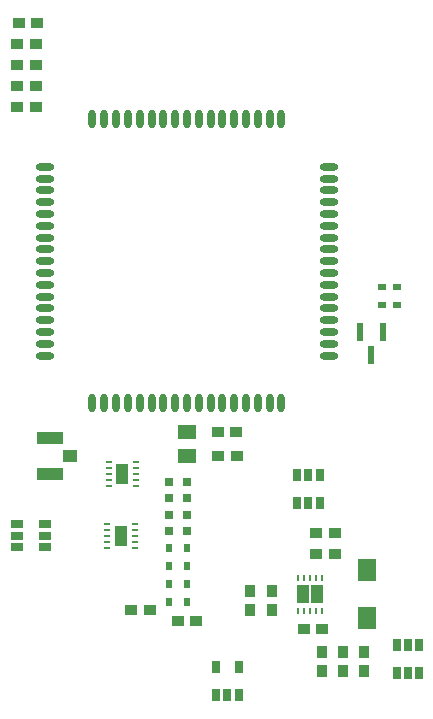
<source format=gtp>
%FSLAX25Y25*%
%MOIN*%
G70*
G01*
G75*
G04 Layer_Color=9021481*
%ADD10R,0.03937X0.03740*%
%ADD11R,0.03740X0.03937*%
%ADD12R,0.02362X0.05906*%
%ADD13R,0.02559X0.04331*%
%ADD14R,0.03150X0.02362*%
%ADD15R,0.08465X0.06693*%
%ADD16O,0.00945X0.02362*%
%ADD17R,0.05906X0.07480*%
%ADD18R,0.03150X0.03150*%
%ADD19R,0.04724X0.07874*%
%ADD20O,0.02362X0.00984*%
%ADD21R,0.06300X0.05000*%
%ADD22R,0.04724X0.03937*%
%ADD23R,0.08661X0.03937*%
%ADD24R,0.04331X0.02559*%
%ADD25O,0.02362X0.06299*%
%ADD26O,0.06299X0.02362*%
%ADD27C,0.01000*%
%ADD28C,0.02000*%
%ADD29C,0.01500*%
%ADD30C,0.06300*%
%ADD31C,0.03500*%
%ADD32C,0.02200*%
%ADD33C,0.06500*%
%ADD34C,0.04500*%
%ADD35C,0.06000*%
%ADD36C,0.04000*%
%ADD37R,0.01732X0.00787*%
%ADD38C,0.06000*%
%ADD39C,0.08700*%
%ADD40R,0.05906X0.05906*%
%ADD41C,0.05906*%
%ADD42R,0.06496X0.06496*%
%ADD43C,0.06496*%
%ADD44R,0.05906X0.05906*%
%ADD45R,0.06496X0.06496*%
%ADD46C,0.02000*%
%ADD47C,0.01969*%
%ADD48C,0.05000*%
%ADD49R,0.20079X0.70079*%
%ADD50R,0.32677X0.41142*%
%ADD51R,0.12598X0.04134*%
%ADD52R,0.20866X0.06299*%
%ADD53R,0.08500X0.10799*%
%ADD54R,0.07717X0.12402*%
%ADD55R,0.07284X0.05118*%
%ADD56R,0.11024X0.03937*%
%ADD57R,0.02500X0.04200*%
%ADD58C,0.00799*%
%ADD59C,0.00984*%
%ADD60C,0.00700*%
%ADD61C,0.00800*%
%ADD62C,0.00787*%
%ADD63C,0.00669*%
%ADD64C,0.00701*%
%ADD65C,0.00600*%
%ADD66R,0.02000X0.04000*%
%ADD67R,0.01000X0.11000*%
%ADD68R,0.10350X0.01000*%
%ADD69R,0.04000X0.02000*%
%ADD70R,0.00886X0.03937*%
%ADD71R,0.03839X0.06102*%
%ADD72R,0.04433X0.07043*%
%ADD73R,0.02362X0.02756*%
%ADD74R,0.00000X0.03150*%
%ADD75R,0.00000X0.00000*%
D10*
X88850Y-286150D02*
D03*
X95150D02*
D03*
X110650Y-290000D02*
D03*
X104350D02*
D03*
X146350Y-292500D02*
D03*
X152650D02*
D03*
X156799Y-267500D02*
D03*
X150500D02*
D03*
X156799Y-260500D02*
D03*
X150500D02*
D03*
X51000Y-118500D02*
D03*
X57299D02*
D03*
X117850Y-235000D02*
D03*
X124150D02*
D03*
X117701Y-227000D02*
D03*
X124000D02*
D03*
X57650Y-90500D02*
D03*
X51350D02*
D03*
X57150Y-97500D02*
D03*
X50850D02*
D03*
X57150Y-104500D02*
D03*
X50850D02*
D03*
X51000Y-111500D02*
D03*
X57299D02*
D03*
D11*
X136000Y-286150D02*
D03*
Y-279850D02*
D03*
X128500Y-279850D02*
D03*
Y-286150D02*
D03*
X152500Y-306500D02*
D03*
Y-300201D02*
D03*
X159500Y-306500D02*
D03*
Y-300201D02*
D03*
X166500Y-306500D02*
D03*
Y-300201D02*
D03*
D12*
X172740Y-193760D02*
D03*
X165260D02*
D03*
X169000Y-201240D02*
D03*
D13*
X151740Y-250724D02*
D03*
X148000D02*
D03*
X144260D02*
D03*
Y-241276D02*
D03*
X148000D02*
D03*
X151740D02*
D03*
X184980Y-307276D02*
D03*
X181240D02*
D03*
X177500D02*
D03*
Y-297827D02*
D03*
X181240D02*
D03*
X184980D02*
D03*
X117260Y-314724D02*
D03*
X121000D02*
D03*
X124740D02*
D03*
Y-305276D02*
D03*
X117260D02*
D03*
D14*
X172638Y-178500D02*
D03*
X177362D02*
D03*
X177362Y-184500D02*
D03*
X172638D02*
D03*
D16*
X144563Y-275488D02*
D03*
X146531D02*
D03*
X150469D02*
D03*
X148500D02*
D03*
X152437D02*
D03*
Y-286512D02*
D03*
X148500D02*
D03*
X150469D02*
D03*
X146531D02*
D03*
X144563D02*
D03*
D17*
X167500Y-272929D02*
D03*
Y-289071D02*
D03*
D18*
X101547Y-254500D02*
D03*
X107453D02*
D03*
X101547Y-260000D02*
D03*
X107453D02*
D03*
X101594Y-243500D02*
D03*
X107500D02*
D03*
X101547Y-249000D02*
D03*
X107453D02*
D03*
D20*
X90028Y-257563D02*
D03*
Y-259531D02*
D03*
Y-261500D02*
D03*
Y-263469D02*
D03*
Y-265437D02*
D03*
X80972D02*
D03*
Y-263469D02*
D03*
Y-261500D02*
D03*
Y-259531D02*
D03*
Y-257563D02*
D03*
X90528Y-237063D02*
D03*
Y-239032D02*
D03*
Y-241000D02*
D03*
Y-242969D02*
D03*
Y-244937D02*
D03*
X81472D02*
D03*
Y-242969D02*
D03*
Y-241000D02*
D03*
Y-239032D02*
D03*
Y-237063D02*
D03*
D21*
X107350Y-235000D02*
D03*
Y-227000D02*
D03*
D22*
X68500Y-235000D02*
D03*
D23*
X62000Y-229095D02*
D03*
Y-240905D02*
D03*
D24*
X50791Y-265240D02*
D03*
Y-261500D02*
D03*
Y-257760D02*
D03*
X60240D02*
D03*
Y-261500D02*
D03*
Y-265240D02*
D03*
D25*
X138996Y-217244D02*
D03*
X135059D02*
D03*
X131122D02*
D03*
X127185D02*
D03*
X123248D02*
D03*
X119311D02*
D03*
X115374D02*
D03*
X111437D02*
D03*
X107500D02*
D03*
X103563D02*
D03*
X99626D02*
D03*
X95689D02*
D03*
X91752D02*
D03*
X87815D02*
D03*
X83878D02*
D03*
X79941D02*
D03*
X76004D02*
D03*
Y-122756D02*
D03*
X79941D02*
D03*
X83878D02*
D03*
X87815D02*
D03*
X91752D02*
D03*
X95689D02*
D03*
X99626D02*
D03*
X103563D02*
D03*
X107500D02*
D03*
X111437D02*
D03*
X115374D02*
D03*
X119311D02*
D03*
X123248D02*
D03*
X127185D02*
D03*
X131122D02*
D03*
X135059D02*
D03*
X138996D02*
D03*
D26*
X60256Y-201496D02*
D03*
Y-197559D02*
D03*
Y-193622D02*
D03*
Y-189685D02*
D03*
Y-185748D02*
D03*
Y-181811D02*
D03*
Y-177874D02*
D03*
Y-173937D02*
D03*
Y-170000D02*
D03*
Y-166063D02*
D03*
Y-162126D02*
D03*
Y-158189D02*
D03*
Y-154252D02*
D03*
Y-150315D02*
D03*
Y-146378D02*
D03*
Y-142441D02*
D03*
Y-138504D02*
D03*
X154744D02*
D03*
Y-142441D02*
D03*
Y-146378D02*
D03*
Y-150315D02*
D03*
Y-154252D02*
D03*
Y-158189D02*
D03*
Y-162126D02*
D03*
Y-166063D02*
D03*
Y-170000D02*
D03*
Y-173937D02*
D03*
Y-177874D02*
D03*
Y-181811D02*
D03*
Y-185748D02*
D03*
Y-189685D02*
D03*
Y-193622D02*
D03*
Y-197559D02*
D03*
Y-201496D02*
D03*
D71*
X146182Y-281004D02*
D03*
X150808D02*
D03*
D72*
X85500Y-261500D02*
D03*
X86000Y-241000D02*
D03*
D73*
X101350Y-277500D02*
D03*
X107650D02*
D03*
X101350Y-283500D02*
D03*
X107650D02*
D03*
X101350Y-271500D02*
D03*
X107650D02*
D03*
X101350Y-265500D02*
D03*
X107650D02*
D03*
D74*
X85500Y-261500D02*
D03*
X86000Y-241000D02*
D03*
D75*
X101547Y-277500D02*
D03*
X107453D02*
D03*
X101547Y-283500D02*
D03*
X107453D02*
D03*
X101547Y-271500D02*
D03*
X107453D02*
D03*
X101547Y-265500D02*
D03*
X107453D02*
D03*
M02*

</source>
